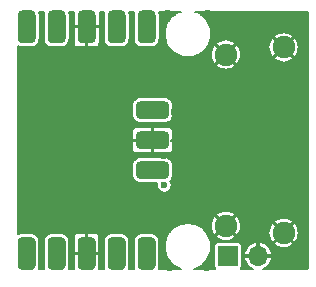
<source format=gbr>
%TF.GenerationSoftware,KiCad,Pcbnew,(5.1.9)-1*%
%TF.CreationDate,2021-02-17T22:30:47-05:00*%
%TF.ProjectId,dvi-sock,6476692d-736f-4636-9b2e-6b696361645f,rev?*%
%TF.SameCoordinates,Original*%
%TF.FileFunction,Copper,L2,Bot*%
%TF.FilePolarity,Positive*%
%FSLAX46Y46*%
G04 Gerber Fmt 4.6, Leading zero omitted, Abs format (unit mm)*
G04 Created by KiCad (PCBNEW (5.1.9)-1) date 2021-02-17 22:30:47*
%MOMM*%
%LPD*%
G01*
G04 APERTURE LIST*
%TA.AperFunction,ComponentPad*%
%ADD10C,1.900000*%
%TD*%
%TA.AperFunction,ComponentPad*%
%ADD11R,1.700000X1.700000*%
%TD*%
%TA.AperFunction,ComponentPad*%
%ADD12O,1.700000X1.700000*%
%TD*%
%TA.AperFunction,ComponentPad*%
%ADD13C,0.600000*%
%TD*%
%TA.AperFunction,ViaPad*%
%ADD14C,0.600000*%
%TD*%
%TA.AperFunction,Conductor*%
%ADD15C,0.100000*%
%TD*%
%TA.AperFunction,Conductor*%
%ADD16C,0.152400*%
%TD*%
G04 APERTURE END LIST*
D10*
%TO.P,J4,SH*%
%TO.N,GND*%
X164599960Y-77149400D03*
X164599960Y-92849400D03*
X159699960Y-77749400D03*
X159699960Y-92249400D03*
%TD*%
D11*
%TO.P,J5,1*%
%TO.N,+5V*%
X159900620Y-94800420D03*
D12*
%TO.P,J5,2*%
%TO.N,GND*%
X162440620Y-94800420D03*
%TD*%
%TO.P,J1,1*%
%TO.N,/PICO_D0+*%
%TA.AperFunction,ComponentPad*%
G36*
G01*
X142077440Y-95620260D02*
X142077440Y-93582260D01*
G75*
G02*
X142458440Y-93201260I381000J0D01*
G01*
X143220440Y-93201260D01*
G75*
G02*
X143601440Y-93582260I0J-381000D01*
G01*
X143601440Y-95620260D01*
G75*
G02*
X143220440Y-96001260I-381000J0D01*
G01*
X142458440Y-96001260D01*
G75*
G02*
X142077440Y-95620260I0J381000D01*
G01*
G37*
%TD.AperFunction*%
D13*
X142839440Y-95501260D03*
%TO.P,J1,2*%
%TO.N,/PICO_D0-*%
%TA.AperFunction,ComponentPad*%
G36*
G01*
X144617440Y-95620260D02*
X144617440Y-93582260D01*
G75*
G02*
X144998440Y-93201260I381000J0D01*
G01*
X145760440Y-93201260D01*
G75*
G02*
X146141440Y-93582260I0J-381000D01*
G01*
X146141440Y-95620260D01*
G75*
G02*
X145760440Y-96001260I-381000J0D01*
G01*
X144998440Y-96001260D01*
G75*
G02*
X144617440Y-95620260I0J381000D01*
G01*
G37*
%TD.AperFunction*%
X145379440Y-95501260D03*
%TO.P,J1,3*%
%TO.N,GND*%
X147919440Y-95501260D03*
%TA.AperFunction,ComponentPad*%
G36*
G01*
X147157440Y-95620260D02*
X147157440Y-93582260D01*
G75*
G02*
X147538440Y-93201260I381000J0D01*
G01*
X148300440Y-93201260D01*
G75*
G02*
X148681440Y-93582260I0J-381000D01*
G01*
X148681440Y-95620260D01*
G75*
G02*
X148300440Y-96001260I-381000J0D01*
G01*
X147538440Y-96001260D01*
G75*
G02*
X147157440Y-95620260I0J381000D01*
G01*
G37*
%TD.AperFunction*%
%TO.P,J1,4*%
%TO.N,/PICO_CK+*%
%TA.AperFunction,ComponentPad*%
G36*
G01*
X149697440Y-95620260D02*
X149697440Y-93582260D01*
G75*
G02*
X150078440Y-93201260I381000J0D01*
G01*
X150840440Y-93201260D01*
G75*
G02*
X151221440Y-93582260I0J-381000D01*
G01*
X151221440Y-95620260D01*
G75*
G02*
X150840440Y-96001260I-381000J0D01*
G01*
X150078440Y-96001260D01*
G75*
G02*
X149697440Y-95620260I0J381000D01*
G01*
G37*
%TD.AperFunction*%
X150459440Y-95501260D03*
%TO.P,J1,5*%
%TO.N,/PICO_CK-*%
%TA.AperFunction,ComponentPad*%
G36*
G01*
X152237440Y-95620260D02*
X152237440Y-93582260D01*
G75*
G02*
X152618440Y-93201260I381000J0D01*
G01*
X153380440Y-93201260D01*
G75*
G02*
X153761440Y-93582260I0J-381000D01*
G01*
X153761440Y-95620260D01*
G75*
G02*
X153380440Y-96001260I-381000J0D01*
G01*
X152618440Y-96001260D01*
G75*
G02*
X152237440Y-95620260I0J381000D01*
G01*
G37*
%TD.AperFunction*%
X152999440Y-95501260D03*
%TD*%
%TO.P,J3,1*%
%TO.N,Net-(J3-Pad1)*%
X154403860Y-87536020D03*
%TA.AperFunction,ComponentPad*%
G36*
G01*
X154522860Y-88298020D02*
X152484860Y-88298020D01*
G75*
G02*
X152103860Y-87917020I0J381000D01*
G01*
X152103860Y-87155020D01*
G75*
G02*
X152484860Y-86774020I381000J0D01*
G01*
X154522860Y-86774020D01*
G75*
G02*
X154903860Y-87155020I0J-381000D01*
G01*
X154903860Y-87917020D01*
G75*
G02*
X154522860Y-88298020I-381000J0D01*
G01*
G37*
%TD.AperFunction*%
%TO.P,J3,2*%
%TO.N,GND*%
%TA.AperFunction,ComponentPad*%
G36*
G01*
X154522860Y-85758020D02*
X152484860Y-85758020D01*
G75*
G02*
X152103860Y-85377020I0J381000D01*
G01*
X152103860Y-84615020D01*
G75*
G02*
X152484860Y-84234020I381000J0D01*
G01*
X154522860Y-84234020D01*
G75*
G02*
X154903860Y-84615020I0J-381000D01*
G01*
X154903860Y-85377020D01*
G75*
G02*
X154522860Y-85758020I-381000J0D01*
G01*
G37*
%TD.AperFunction*%
X154403860Y-84996020D03*
%TO.P,J3,3*%
%TO.N,Net-(J3-Pad3)*%
%TA.AperFunction,ComponentPad*%
G36*
G01*
X154522860Y-83218020D02*
X152484860Y-83218020D01*
G75*
G02*
X152103860Y-82837020I0J381000D01*
G01*
X152103860Y-82075020D01*
G75*
G02*
X152484860Y-81694020I381000J0D01*
G01*
X154522860Y-81694020D01*
G75*
G02*
X154903860Y-82075020I0J-381000D01*
G01*
X154903860Y-82837020D01*
G75*
G02*
X154522860Y-83218020I-381000J0D01*
G01*
G37*
%TD.AperFunction*%
X154403860Y-82456020D03*
%TD*%
%TO.P,J2,1*%
%TO.N,/PICO_D2+*%
%TA.AperFunction,ComponentPad*%
G36*
G01*
X153763980Y-74381940D02*
X153763980Y-76419940D01*
G75*
G02*
X153382980Y-76800940I-381000J0D01*
G01*
X152620980Y-76800940D01*
G75*
G02*
X152239980Y-76419940I0J381000D01*
G01*
X152239980Y-74381940D01*
G75*
G02*
X152620980Y-74000940I381000J0D01*
G01*
X153382980Y-74000940D01*
G75*
G02*
X153763980Y-74381940I0J-381000D01*
G01*
G37*
%TD.AperFunction*%
X153001980Y-74500940D03*
%TO.P,J2,2*%
%TO.N,/PICO_D2-*%
%TA.AperFunction,ComponentPad*%
G36*
G01*
X151223980Y-74381940D02*
X151223980Y-76419940D01*
G75*
G02*
X150842980Y-76800940I-381000J0D01*
G01*
X150080980Y-76800940D01*
G75*
G02*
X149699980Y-76419940I0J381000D01*
G01*
X149699980Y-74381940D01*
G75*
G02*
X150080980Y-74000940I381000J0D01*
G01*
X150842980Y-74000940D01*
G75*
G02*
X151223980Y-74381940I0J-381000D01*
G01*
G37*
%TD.AperFunction*%
X150461980Y-74500940D03*
%TO.P,J2,3*%
%TO.N,GND*%
X147921980Y-74500940D03*
%TA.AperFunction,ComponentPad*%
G36*
G01*
X148683980Y-74381940D02*
X148683980Y-76419940D01*
G75*
G02*
X148302980Y-76800940I-381000J0D01*
G01*
X147540980Y-76800940D01*
G75*
G02*
X147159980Y-76419940I0J381000D01*
G01*
X147159980Y-74381940D01*
G75*
G02*
X147540980Y-74000940I381000J0D01*
G01*
X148302980Y-74000940D01*
G75*
G02*
X148683980Y-74381940I0J-381000D01*
G01*
G37*
%TD.AperFunction*%
%TO.P,J2,4*%
%TO.N,/PICO_D1+*%
%TA.AperFunction,ComponentPad*%
G36*
G01*
X146143980Y-74381940D02*
X146143980Y-76419940D01*
G75*
G02*
X145762980Y-76800940I-381000J0D01*
G01*
X145000980Y-76800940D01*
G75*
G02*
X144619980Y-76419940I0J381000D01*
G01*
X144619980Y-74381940D01*
G75*
G02*
X145000980Y-74000940I381000J0D01*
G01*
X145762980Y-74000940D01*
G75*
G02*
X146143980Y-74381940I0J-381000D01*
G01*
G37*
%TD.AperFunction*%
X145381980Y-74500940D03*
%TO.P,J2,5*%
%TO.N,/PICO_D1-*%
%TA.AperFunction,ComponentPad*%
G36*
G01*
X143603980Y-74381940D02*
X143603980Y-76419940D01*
G75*
G02*
X143222980Y-76800940I-381000J0D01*
G01*
X142460980Y-76800940D01*
G75*
G02*
X142079980Y-76419940I0J381000D01*
G01*
X142079980Y-74381940D01*
G75*
G02*
X142460980Y-74000940I381000J0D01*
G01*
X143222980Y-74000940D01*
G75*
G02*
X143603980Y-74381940I0J-381000D01*
G01*
G37*
%TD.AperFunction*%
X142841980Y-74500940D03*
%TD*%
D14*
%TO.N,*%
X154500000Y-88800000D03*
%TO.N,GND*%
X155350000Y-82600000D03*
X143260000Y-77370000D03*
X156010000Y-89470000D03*
X158440000Y-79620000D03*
X154500000Y-86300000D03*
X150950000Y-92570000D03*
X160250000Y-83750000D03*
X157430000Y-80520000D03*
X157540000Y-89750000D03*
X160250000Y-82250000D03*
X160250000Y-80750000D03*
X160250000Y-88250000D03*
X157450000Y-82250000D03*
X154800000Y-74250000D03*
X152600000Y-92600000D03*
X157500000Y-83750000D03*
X154600000Y-81200000D03*
X143300000Y-92500000D03*
X142300000Y-85000000D03*
X154950000Y-95800000D03*
X144900000Y-92500000D03*
X152670000Y-77280000D03*
X155250000Y-79600000D03*
X158200000Y-74250000D03*
X154500000Y-83700000D03*
X160250000Y-85250000D03*
X161820000Y-90350000D03*
X157500000Y-85300000D03*
X160590000Y-90340000D03*
X158100000Y-95800000D03*
X144990000Y-77350000D03*
X150950000Y-77440000D03*
%TD*%
D15*
%TO.N,/PICO_CK-*%
X153000000Y-94600000D02*
X153000000Y-94600000D01*
%TO.N,/PICO_CK+*%
X150460000Y-94600000D02*
X150460000Y-94600000D01*
%TO.N,GND*%
X147920000Y-94600000D02*
X147920000Y-94600000D01*
X147920000Y-75400000D02*
X147920000Y-75400000D01*
X153500000Y-85000000D02*
X153500000Y-85000000D01*
%TO.N,/PICO_D0-*%
X145380000Y-94600000D02*
X145380000Y-94600000D01*
%TO.N,/PICO_D0+*%
X142840000Y-94600000D02*
X142840000Y-94600000D01*
%TO.N,/PICO_D1-*%
X142840000Y-75400000D02*
X142840000Y-75400000D01*
%TO.N,/PICO_D1+*%
X145380000Y-75400000D02*
X145380000Y-75400000D01*
%TO.N,/PICO_D2-*%
X150460000Y-75400000D02*
X150460000Y-75400000D01*
%TO.N,/PICO_D2+*%
X153000000Y-75400000D02*
X153000000Y-75400000D01*
%TO.N,Net-(J3-Pad3)*%
X153500000Y-82460000D02*
X153500000Y-82460000D01*
%TO.N,Net-(J3-Pad1)*%
X153500000Y-87540000D02*
X153500000Y-87540000D01*
%TD*%
D16*
%TO.N,GND*%
X144342441Y-74109164D02*
X144301879Y-74242880D01*
X144288183Y-74381940D01*
X144288183Y-76419940D01*
X144301879Y-76559000D01*
X144342441Y-76692716D01*
X144408311Y-76815949D01*
X144496956Y-76923964D01*
X144604971Y-77012609D01*
X144728204Y-77078479D01*
X144861920Y-77119041D01*
X145000980Y-77132737D01*
X145762980Y-77132737D01*
X145902040Y-77119041D01*
X146035756Y-77078479D01*
X146158989Y-77012609D01*
X146267004Y-76923964D01*
X146355649Y-76815949D01*
X146363671Y-76800940D01*
X146828182Y-76800940D01*
X146834557Y-76865671D01*
X146853439Y-76927914D01*
X146884100Y-76985277D01*
X146925363Y-77035557D01*
X146975643Y-77076820D01*
X147033006Y-77107481D01*
X147095249Y-77126363D01*
X147159980Y-77132738D01*
X147788630Y-77131140D01*
X147871180Y-77048590D01*
X147871180Y-75451740D01*
X147972780Y-75451740D01*
X147972780Y-77048590D01*
X148055330Y-77131140D01*
X148683980Y-77132738D01*
X148748711Y-77126363D01*
X148810954Y-77107481D01*
X148868317Y-77076820D01*
X148918597Y-77035557D01*
X148959860Y-76985277D01*
X148990521Y-76927914D01*
X149009403Y-76865671D01*
X149015778Y-76800940D01*
X149014180Y-75534290D01*
X148931630Y-75451740D01*
X147972780Y-75451740D01*
X147871180Y-75451740D01*
X146912330Y-75451740D01*
X146829780Y-75534290D01*
X146828182Y-76800940D01*
X146363671Y-76800940D01*
X146421519Y-76692716D01*
X146462081Y-76559000D01*
X146475777Y-76419940D01*
X146475777Y-74381940D01*
X146462081Y-74242880D01*
X146421519Y-74109164D01*
X146419400Y-74105200D01*
X146828314Y-74105200D01*
X146829780Y-75267590D01*
X146912330Y-75350140D01*
X147871180Y-75350140D01*
X147871180Y-75330140D01*
X147972780Y-75330140D01*
X147972780Y-75350140D01*
X148931630Y-75350140D01*
X149014180Y-75267590D01*
X149015646Y-74105200D01*
X149424560Y-74105200D01*
X149422441Y-74109164D01*
X149381879Y-74242880D01*
X149368183Y-74381940D01*
X149368183Y-76419940D01*
X149381879Y-76559000D01*
X149422441Y-76692716D01*
X149488311Y-76815949D01*
X149576956Y-76923964D01*
X149684971Y-77012609D01*
X149808204Y-77078479D01*
X149941920Y-77119041D01*
X150080980Y-77132737D01*
X150842980Y-77132737D01*
X150982040Y-77119041D01*
X151115756Y-77078479D01*
X151238989Y-77012609D01*
X151347004Y-76923964D01*
X151435649Y-76815949D01*
X151501519Y-76692716D01*
X151542081Y-76559000D01*
X151555777Y-76419940D01*
X151555777Y-74381940D01*
X151542081Y-74242880D01*
X151501519Y-74109164D01*
X151499400Y-74105200D01*
X151964560Y-74105200D01*
X151962441Y-74109164D01*
X151921879Y-74242880D01*
X151908183Y-74381940D01*
X151908183Y-76419940D01*
X151921879Y-76559000D01*
X151962441Y-76692716D01*
X152028311Y-76815949D01*
X152116956Y-76923964D01*
X152224971Y-77012609D01*
X152348204Y-77078479D01*
X152481920Y-77119041D01*
X152620980Y-77132737D01*
X153382980Y-77132737D01*
X153522040Y-77119041D01*
X153655756Y-77078479D01*
X153778989Y-77012609D01*
X153887004Y-76923964D01*
X153975649Y-76815949D01*
X154041519Y-76692716D01*
X154082081Y-76559000D01*
X154095777Y-76419940D01*
X154095777Y-74381940D01*
X154082081Y-74242880D01*
X154041519Y-74109164D01*
X154039400Y-74105200D01*
X155940499Y-74105200D01*
X155929736Y-74107896D01*
X155922580Y-74110066D01*
X155747022Y-74172881D01*
X155740113Y-74175743D01*
X155571558Y-74255464D01*
X155564963Y-74258989D01*
X155405033Y-74354847D01*
X155398816Y-74359002D01*
X155249052Y-74470075D01*
X155243271Y-74474819D01*
X155105116Y-74600036D01*
X155099829Y-74605323D01*
X154974612Y-74743478D01*
X154969868Y-74749259D01*
X154858795Y-74899023D01*
X154854640Y-74905240D01*
X154758782Y-75065170D01*
X154755257Y-75071765D01*
X154675536Y-75240320D01*
X154672674Y-75247229D01*
X154609859Y-75422787D01*
X154607689Y-75429943D01*
X154562383Y-75610812D01*
X154560924Y-75618147D01*
X154533566Y-75802586D01*
X154532833Y-75810027D01*
X154523683Y-75996259D01*
X154523683Y-76003737D01*
X154532833Y-76189969D01*
X154533566Y-76197410D01*
X154560924Y-76381849D01*
X154562383Y-76389184D01*
X154607689Y-76570053D01*
X154609859Y-76577209D01*
X154672674Y-76752767D01*
X154675536Y-76759676D01*
X154755257Y-76928231D01*
X154758782Y-76934826D01*
X154854640Y-77094756D01*
X154858795Y-77100973D01*
X154969868Y-77250737D01*
X154974612Y-77256518D01*
X155099829Y-77394673D01*
X155105116Y-77399960D01*
X155243271Y-77525177D01*
X155249052Y-77529921D01*
X155398816Y-77640994D01*
X155405033Y-77645149D01*
X155564963Y-77741007D01*
X155571558Y-77744532D01*
X155740113Y-77824253D01*
X155747022Y-77827115D01*
X155922580Y-77889930D01*
X155929736Y-77892100D01*
X156110605Y-77937406D01*
X156117940Y-77938865D01*
X156302379Y-77966223D01*
X156309820Y-77966956D01*
X156496052Y-77976106D01*
X156503530Y-77976106D01*
X156689762Y-77966956D01*
X156697203Y-77966223D01*
X156881642Y-77938865D01*
X156888977Y-77937406D01*
X157069846Y-77892100D01*
X157077002Y-77889930D01*
X157252560Y-77827115D01*
X157259469Y-77824253D01*
X157417103Y-77749697D01*
X158413566Y-77749697D01*
X158438341Y-78000655D01*
X158511601Y-78241956D01*
X158630197Y-78463836D01*
X158813551Y-78563967D01*
X159628118Y-77749400D01*
X159771802Y-77749400D01*
X160586369Y-78563967D01*
X160769723Y-78463836D01*
X160888547Y-78241408D01*
X160950862Y-78035809D01*
X163785393Y-78035809D01*
X163885524Y-78219163D01*
X164107952Y-78337987D01*
X164349288Y-78411134D01*
X164600257Y-78435794D01*
X164851215Y-78411019D01*
X165092516Y-78337759D01*
X165314396Y-78219163D01*
X165414527Y-78035809D01*
X164599960Y-77221242D01*
X163785393Y-78035809D01*
X160950862Y-78035809D01*
X160961694Y-78000072D01*
X160986354Y-77749103D01*
X160961579Y-77498145D01*
X160888319Y-77256844D01*
X160831049Y-77149697D01*
X163313566Y-77149697D01*
X163338341Y-77400655D01*
X163411601Y-77641956D01*
X163530197Y-77863836D01*
X163713551Y-77963967D01*
X164528118Y-77149400D01*
X164671802Y-77149400D01*
X165486369Y-77963967D01*
X165669723Y-77863836D01*
X165788547Y-77641408D01*
X165861694Y-77400072D01*
X165886354Y-77149103D01*
X165861579Y-76898145D01*
X165788319Y-76656844D01*
X165669723Y-76434964D01*
X165486369Y-76334833D01*
X164671802Y-77149400D01*
X164528118Y-77149400D01*
X163713551Y-76334833D01*
X163530197Y-76434964D01*
X163411373Y-76657392D01*
X163338226Y-76898728D01*
X163313566Y-77149697D01*
X160831049Y-77149697D01*
X160769723Y-77034964D01*
X160586369Y-76934833D01*
X159771802Y-77749400D01*
X159628118Y-77749400D01*
X158813551Y-76934833D01*
X158630197Y-77034964D01*
X158511373Y-77257392D01*
X158438226Y-77498728D01*
X158413566Y-77749697D01*
X157417103Y-77749697D01*
X157428024Y-77744532D01*
X157434619Y-77741007D01*
X157594549Y-77645149D01*
X157600766Y-77640994D01*
X157750530Y-77529921D01*
X157756311Y-77525177D01*
X157894466Y-77399960D01*
X157899753Y-77394673D01*
X158024970Y-77256518D01*
X158029714Y-77250737D01*
X158140787Y-77100973D01*
X158144942Y-77094756D01*
X158240800Y-76934826D01*
X158244325Y-76928231D01*
X158275181Y-76862991D01*
X158885393Y-76862991D01*
X159699960Y-77677558D01*
X160514527Y-76862991D01*
X160414396Y-76679637D01*
X160191968Y-76560813D01*
X159950632Y-76487666D01*
X159699663Y-76463006D01*
X159448705Y-76487781D01*
X159207404Y-76561041D01*
X158985524Y-76679637D01*
X158885393Y-76862991D01*
X158275181Y-76862991D01*
X158324046Y-76759676D01*
X158326908Y-76752767D01*
X158389723Y-76577209D01*
X158391893Y-76570053D01*
X158437199Y-76389184D01*
X158438658Y-76381849D01*
X158456288Y-76262991D01*
X163785393Y-76262991D01*
X164599960Y-77077558D01*
X165414527Y-76262991D01*
X165314396Y-76079637D01*
X165091968Y-75960813D01*
X164850632Y-75887666D01*
X164599663Y-75863006D01*
X164348705Y-75887781D01*
X164107404Y-75961041D01*
X163885524Y-76079637D01*
X163785393Y-76262991D01*
X158456288Y-76262991D01*
X158466016Y-76197410D01*
X158466749Y-76189969D01*
X158475899Y-76003737D01*
X158475899Y-75996259D01*
X158466749Y-75810027D01*
X158466016Y-75802586D01*
X158438658Y-75618147D01*
X158437199Y-75610812D01*
X158391893Y-75429943D01*
X158389723Y-75422787D01*
X158326908Y-75247229D01*
X158324046Y-75240320D01*
X158244325Y-75071765D01*
X158240800Y-75065170D01*
X158144942Y-74905240D01*
X158140787Y-74899023D01*
X158029714Y-74749259D01*
X158024970Y-74743478D01*
X157899753Y-74605323D01*
X157894466Y-74600036D01*
X157756311Y-74474819D01*
X157750530Y-74470075D01*
X157600766Y-74359002D01*
X157594549Y-74354847D01*
X157434619Y-74258989D01*
X157428024Y-74255464D01*
X157259469Y-74175743D01*
X157252560Y-74172881D01*
X157077002Y-74110066D01*
X157069846Y-74107896D01*
X157059083Y-74105200D01*
X166482628Y-74105200D01*
X166527796Y-74109629D01*
X166554527Y-74117699D01*
X166579191Y-74130813D01*
X166600828Y-74148460D01*
X166618634Y-74169983D01*
X166631916Y-74194549D01*
X166640175Y-74221227D01*
X166644800Y-74265236D01*
X166644801Y-95732618D01*
X166640371Y-95777796D01*
X166632300Y-95804529D01*
X166619189Y-95829188D01*
X166601539Y-95850828D01*
X166580015Y-95868635D01*
X166555453Y-95881916D01*
X166528773Y-95890175D01*
X166484764Y-95894800D01*
X162880510Y-95894800D01*
X162888132Y-95892488D01*
X163092585Y-95784199D01*
X163271983Y-95638104D01*
X163419433Y-95459817D01*
X163529267Y-95256190D01*
X163597265Y-95035048D01*
X163537179Y-94851220D01*
X162491420Y-94851220D01*
X162491420Y-94871220D01*
X162389820Y-94871220D01*
X162389820Y-94851220D01*
X161344061Y-94851220D01*
X161283975Y-95035048D01*
X161351973Y-95256190D01*
X161461807Y-95459817D01*
X161609257Y-95638104D01*
X161788655Y-95784199D01*
X161993108Y-95892488D01*
X162000730Y-95894800D01*
X160973339Y-95894800D01*
X160985236Y-95885036D01*
X161026499Y-95834757D01*
X161057160Y-95777393D01*
X161076042Y-95715150D01*
X161082417Y-95650420D01*
X161082417Y-94565792D01*
X161283975Y-94565792D01*
X161344061Y-94749620D01*
X162389820Y-94749620D01*
X162389820Y-93703946D01*
X162491420Y-93703946D01*
X162491420Y-94749620D01*
X163537179Y-94749620D01*
X163597265Y-94565792D01*
X163529267Y-94344650D01*
X163419433Y-94141023D01*
X163271983Y-93962736D01*
X163092585Y-93816641D01*
X162939972Y-93735809D01*
X163785393Y-93735809D01*
X163885524Y-93919163D01*
X164107952Y-94037987D01*
X164349288Y-94111134D01*
X164600257Y-94135794D01*
X164851215Y-94111019D01*
X165092516Y-94037759D01*
X165314396Y-93919163D01*
X165414527Y-93735809D01*
X164599960Y-92921242D01*
X163785393Y-93735809D01*
X162939972Y-93735809D01*
X162888132Y-93708352D01*
X162675247Y-93643778D01*
X162491420Y-93703946D01*
X162389820Y-93703946D01*
X162205993Y-93643778D01*
X161993108Y-93708352D01*
X161788655Y-93816641D01*
X161609257Y-93962736D01*
X161461807Y-94141023D01*
X161351973Y-94344650D01*
X161283975Y-94565792D01*
X161082417Y-94565792D01*
X161082417Y-93950420D01*
X161076042Y-93885690D01*
X161057160Y-93823447D01*
X161026499Y-93766083D01*
X160985236Y-93715804D01*
X160934957Y-93674541D01*
X160877593Y-93643880D01*
X160815350Y-93624998D01*
X160750620Y-93618623D01*
X159050620Y-93618623D01*
X158985890Y-93624998D01*
X158923647Y-93643880D01*
X158866283Y-93674541D01*
X158816004Y-93715804D01*
X158774741Y-93766083D01*
X158744080Y-93823447D01*
X158725198Y-93885690D01*
X158718823Y-93950420D01*
X158718823Y-95650420D01*
X158725198Y-95715150D01*
X158744080Y-95777393D01*
X158774741Y-95834757D01*
X158816004Y-95885036D01*
X158827901Y-95894800D01*
X157049339Y-95894800D01*
X157065603Y-95890726D01*
X157072759Y-95888556D01*
X157248317Y-95825741D01*
X157255226Y-95822879D01*
X157423781Y-95743158D01*
X157430376Y-95739633D01*
X157590306Y-95643775D01*
X157596523Y-95639620D01*
X157746287Y-95528547D01*
X157752068Y-95523803D01*
X157890223Y-95398586D01*
X157895510Y-95393299D01*
X158020727Y-95255144D01*
X158025471Y-95249363D01*
X158136544Y-95099599D01*
X158140699Y-95093382D01*
X158236557Y-94933452D01*
X158240082Y-94926857D01*
X158319803Y-94758302D01*
X158322665Y-94751393D01*
X158385480Y-94575835D01*
X158387650Y-94568679D01*
X158432956Y-94387810D01*
X158434415Y-94380475D01*
X158461773Y-94196036D01*
X158462506Y-94188595D01*
X158471656Y-94002363D01*
X158471656Y-93994885D01*
X158462506Y-93808653D01*
X158461773Y-93801212D01*
X158434415Y-93616773D01*
X158432956Y-93609438D01*
X158387650Y-93428569D01*
X158385480Y-93421413D01*
X158322665Y-93245855D01*
X158319803Y-93238946D01*
X158271023Y-93135809D01*
X158885393Y-93135809D01*
X158985524Y-93319163D01*
X159207952Y-93437987D01*
X159449288Y-93511134D01*
X159700257Y-93535794D01*
X159951215Y-93511019D01*
X160192516Y-93437759D01*
X160414396Y-93319163D01*
X160514527Y-93135809D01*
X159699960Y-92321242D01*
X158885393Y-93135809D01*
X158271023Y-93135809D01*
X158240082Y-93070391D01*
X158236557Y-93063796D01*
X158140699Y-92903866D01*
X158136544Y-92897649D01*
X158025471Y-92747885D01*
X158020727Y-92742104D01*
X157895510Y-92603949D01*
X157890223Y-92598662D01*
X157752068Y-92473445D01*
X157746287Y-92468701D01*
X157596523Y-92357628D01*
X157590306Y-92353473D01*
X157430376Y-92257615D01*
X157423781Y-92254090D01*
X157414493Y-92249697D01*
X158413566Y-92249697D01*
X158438341Y-92500655D01*
X158511601Y-92741956D01*
X158630197Y-92963836D01*
X158813551Y-93063967D01*
X159628118Y-92249400D01*
X159771802Y-92249400D01*
X160586369Y-93063967D01*
X160769723Y-92963836D01*
X160830697Y-92849697D01*
X163313566Y-92849697D01*
X163338341Y-93100655D01*
X163411601Y-93341956D01*
X163530197Y-93563836D01*
X163713551Y-93663967D01*
X164528118Y-92849400D01*
X164671802Y-92849400D01*
X165486369Y-93663967D01*
X165669723Y-93563836D01*
X165788547Y-93341408D01*
X165861694Y-93100072D01*
X165886354Y-92849103D01*
X165861579Y-92598145D01*
X165788319Y-92356844D01*
X165669723Y-92134964D01*
X165486369Y-92034833D01*
X164671802Y-92849400D01*
X164528118Y-92849400D01*
X163713551Y-92034833D01*
X163530197Y-92134964D01*
X163411373Y-92357392D01*
X163338226Y-92598728D01*
X163313566Y-92849697D01*
X160830697Y-92849697D01*
X160888547Y-92741408D01*
X160961694Y-92500072D01*
X160986354Y-92249103D01*
X160961579Y-91998145D01*
X160950907Y-91962991D01*
X163785393Y-91962991D01*
X164599960Y-92777558D01*
X165414527Y-91962991D01*
X165314396Y-91779637D01*
X165091968Y-91660813D01*
X164850632Y-91587666D01*
X164599663Y-91563006D01*
X164348705Y-91587781D01*
X164107404Y-91661041D01*
X163885524Y-91779637D01*
X163785393Y-91962991D01*
X160950907Y-91962991D01*
X160888319Y-91756844D01*
X160769723Y-91534964D01*
X160586369Y-91434833D01*
X159771802Y-92249400D01*
X159628118Y-92249400D01*
X158813551Y-91434833D01*
X158630197Y-91534964D01*
X158511373Y-91757392D01*
X158438226Y-91998728D01*
X158413566Y-92249697D01*
X157414493Y-92249697D01*
X157255226Y-92174369D01*
X157248317Y-92171507D01*
X157072759Y-92108692D01*
X157065603Y-92106522D01*
X156884734Y-92061216D01*
X156877399Y-92059757D01*
X156692960Y-92032399D01*
X156685519Y-92031666D01*
X156499287Y-92022516D01*
X156491809Y-92022516D01*
X156305577Y-92031666D01*
X156298136Y-92032399D01*
X156113697Y-92059757D01*
X156106362Y-92061216D01*
X155925493Y-92106522D01*
X155918337Y-92108692D01*
X155742779Y-92171507D01*
X155735870Y-92174369D01*
X155567315Y-92254090D01*
X155560720Y-92257615D01*
X155400790Y-92353473D01*
X155394573Y-92357628D01*
X155244809Y-92468701D01*
X155239028Y-92473445D01*
X155100873Y-92598662D01*
X155095586Y-92603949D01*
X154970369Y-92742104D01*
X154965625Y-92747885D01*
X154854552Y-92897649D01*
X154850397Y-92903866D01*
X154754539Y-93063796D01*
X154751014Y-93070391D01*
X154671293Y-93238946D01*
X154668431Y-93245855D01*
X154605616Y-93421413D01*
X154603446Y-93428569D01*
X154558140Y-93609438D01*
X154556681Y-93616773D01*
X154529323Y-93801212D01*
X154528590Y-93808653D01*
X154519440Y-93994885D01*
X154519440Y-94002363D01*
X154528590Y-94188595D01*
X154529323Y-94196036D01*
X154556681Y-94380475D01*
X154558140Y-94387810D01*
X154603446Y-94568679D01*
X154605616Y-94575835D01*
X154668431Y-94751393D01*
X154671293Y-94758302D01*
X154751014Y-94926857D01*
X154754539Y-94933452D01*
X154850397Y-95093382D01*
X154854552Y-95099599D01*
X154965625Y-95249363D01*
X154970369Y-95255144D01*
X155095586Y-95393299D01*
X155100873Y-95398586D01*
X155239028Y-95523803D01*
X155244809Y-95528547D01*
X155394573Y-95639620D01*
X155400790Y-95643775D01*
X155560720Y-95739633D01*
X155567315Y-95743158D01*
X155735870Y-95822879D01*
X155742779Y-95825741D01*
X155918337Y-95888556D01*
X155925493Y-95890726D01*
X155941757Y-95894800D01*
X154038036Y-95894800D01*
X154038979Y-95893036D01*
X154079541Y-95759320D01*
X154093237Y-95620260D01*
X154093237Y-93582260D01*
X154079541Y-93443200D01*
X154038979Y-93309484D01*
X153973109Y-93186251D01*
X153884464Y-93078236D01*
X153776449Y-92989591D01*
X153653216Y-92923721D01*
X153519500Y-92883159D01*
X153380440Y-92869463D01*
X152618440Y-92869463D01*
X152479380Y-92883159D01*
X152345664Y-92923721D01*
X152222431Y-92989591D01*
X152114416Y-93078236D01*
X152025771Y-93186251D01*
X151959901Y-93309484D01*
X151919339Y-93443200D01*
X151905643Y-93582260D01*
X151905643Y-95620260D01*
X151919339Y-95759320D01*
X151959901Y-95893036D01*
X151960844Y-95894800D01*
X151498036Y-95894800D01*
X151498979Y-95893036D01*
X151539541Y-95759320D01*
X151553237Y-95620260D01*
X151553237Y-93582260D01*
X151539541Y-93443200D01*
X151498979Y-93309484D01*
X151433109Y-93186251D01*
X151344464Y-93078236D01*
X151236449Y-92989591D01*
X151113216Y-92923721D01*
X150979500Y-92883159D01*
X150840440Y-92869463D01*
X150078440Y-92869463D01*
X149939380Y-92883159D01*
X149805664Y-92923721D01*
X149682431Y-92989591D01*
X149574416Y-93078236D01*
X149485771Y-93186251D01*
X149419901Y-93309484D01*
X149379339Y-93443200D01*
X149365643Y-93582260D01*
X149365643Y-95620260D01*
X149379339Y-95759320D01*
X149419901Y-95893036D01*
X149420844Y-95894800D01*
X149013104Y-95894800D01*
X149011640Y-94734610D01*
X148929090Y-94652060D01*
X147970240Y-94652060D01*
X147970240Y-94672060D01*
X147868640Y-94672060D01*
X147868640Y-94652060D01*
X146909790Y-94652060D01*
X146827240Y-94734610D01*
X146825776Y-95894800D01*
X146418036Y-95894800D01*
X146418979Y-95893036D01*
X146459541Y-95759320D01*
X146473237Y-95620260D01*
X146473237Y-93582260D01*
X146459541Y-93443200D01*
X146418979Y-93309484D01*
X146361132Y-93201260D01*
X146825642Y-93201260D01*
X146827240Y-94467910D01*
X146909790Y-94550460D01*
X147868640Y-94550460D01*
X147868640Y-92953610D01*
X147970240Y-92953610D01*
X147970240Y-94550460D01*
X148929090Y-94550460D01*
X149011640Y-94467910D01*
X149013238Y-93201260D01*
X149006863Y-93136529D01*
X148987981Y-93074286D01*
X148957320Y-93016923D01*
X148916057Y-92966643D01*
X148865777Y-92925380D01*
X148808414Y-92894719D01*
X148746171Y-92875837D01*
X148681440Y-92869462D01*
X148052790Y-92871060D01*
X147970240Y-92953610D01*
X147868640Y-92953610D01*
X147786090Y-92871060D01*
X147157440Y-92869462D01*
X147092709Y-92875837D01*
X147030466Y-92894719D01*
X146973103Y-92925380D01*
X146922823Y-92966643D01*
X146881560Y-93016923D01*
X146850899Y-93074286D01*
X146832017Y-93136529D01*
X146825642Y-93201260D01*
X146361132Y-93201260D01*
X146353109Y-93186251D01*
X146264464Y-93078236D01*
X146156449Y-92989591D01*
X146033216Y-92923721D01*
X145899500Y-92883159D01*
X145760440Y-92869463D01*
X144998440Y-92869463D01*
X144859380Y-92883159D01*
X144725664Y-92923721D01*
X144602431Y-92989591D01*
X144494416Y-93078236D01*
X144405771Y-93186251D01*
X144339901Y-93309484D01*
X144299339Y-93443200D01*
X144285643Y-93582260D01*
X144285643Y-95620260D01*
X144299339Y-95759320D01*
X144339901Y-95893036D01*
X144340844Y-95894800D01*
X143878036Y-95894800D01*
X143878979Y-95893036D01*
X143919541Y-95759320D01*
X143933237Y-95620260D01*
X143933237Y-93582260D01*
X143919541Y-93443200D01*
X143878979Y-93309484D01*
X143813109Y-93186251D01*
X143724464Y-93078236D01*
X143616449Y-92989591D01*
X143493216Y-92923721D01*
X143359500Y-92883159D01*
X143220440Y-92869463D01*
X142458440Y-92869463D01*
X142319380Y-92883159D01*
X142185664Y-92923721D01*
X142105200Y-92966730D01*
X142105200Y-91362991D01*
X158885393Y-91362991D01*
X159699960Y-92177558D01*
X160514527Y-91362991D01*
X160414396Y-91179637D01*
X160191968Y-91060813D01*
X159950632Y-90987666D01*
X159699663Y-90963006D01*
X159448705Y-90987781D01*
X159207404Y-91061041D01*
X158985524Y-91179637D01*
X158885393Y-91362991D01*
X142105200Y-91362991D01*
X142105200Y-87155020D01*
X151772063Y-87155020D01*
X151772063Y-87917020D01*
X151785759Y-88056080D01*
X151826321Y-88189796D01*
X151892191Y-88313029D01*
X151980836Y-88421044D01*
X152088851Y-88509689D01*
X152212084Y-88575559D01*
X152345800Y-88616121D01*
X152484860Y-88629817D01*
X153891305Y-88629817D01*
X153869800Y-88737931D01*
X153869800Y-88862069D01*
X153894018Y-88983822D01*
X153941524Y-89098512D01*
X154010492Y-89201729D01*
X154098271Y-89289508D01*
X154201488Y-89358476D01*
X154316178Y-89405982D01*
X154437931Y-89430200D01*
X154562069Y-89430200D01*
X154683822Y-89405982D01*
X154798512Y-89358476D01*
X154901729Y-89289508D01*
X154989508Y-89201729D01*
X155058476Y-89098512D01*
X155105982Y-88983822D01*
X155130200Y-88862069D01*
X155130200Y-88737931D01*
X155105982Y-88616178D01*
X155058476Y-88501488D01*
X155012572Y-88432789D01*
X155026884Y-88421044D01*
X155115529Y-88313029D01*
X155181399Y-88189796D01*
X155221961Y-88056080D01*
X155235657Y-87917020D01*
X155235657Y-87155020D01*
X155221961Y-87015960D01*
X155181399Y-86882244D01*
X155115529Y-86759011D01*
X155026884Y-86650996D01*
X154918869Y-86562351D01*
X154795636Y-86496481D01*
X154661920Y-86455919D01*
X154522860Y-86442223D01*
X152484860Y-86442223D01*
X152345800Y-86455919D01*
X152212084Y-86496481D01*
X152088851Y-86562351D01*
X151980836Y-86650996D01*
X151892191Y-86759011D01*
X151826321Y-86882244D01*
X151785759Y-87015960D01*
X151772063Y-87155020D01*
X142105200Y-87155020D01*
X142105200Y-85758020D01*
X151772062Y-85758020D01*
X151778437Y-85822751D01*
X151797319Y-85884994D01*
X151827980Y-85942357D01*
X151869243Y-85992637D01*
X151919523Y-86033900D01*
X151976886Y-86064561D01*
X152039129Y-86083443D01*
X152103860Y-86089818D01*
X153370510Y-86088220D01*
X153453060Y-86005670D01*
X153453060Y-85046820D01*
X151856210Y-85046820D01*
X151773660Y-85129370D01*
X151772062Y-85758020D01*
X142105200Y-85758020D01*
X142105200Y-84234020D01*
X151772062Y-84234020D01*
X151773660Y-84862670D01*
X151856210Y-84945220D01*
X153453060Y-84945220D01*
X153453060Y-83986370D01*
X153554660Y-83986370D01*
X153554660Y-84945220D01*
X153775536Y-84945220D01*
X153771144Y-85022000D01*
X153774622Y-85046820D01*
X153554660Y-85046820D01*
X153554660Y-86005670D01*
X153637210Y-86088220D01*
X154903860Y-86089818D01*
X154968591Y-86083443D01*
X155030834Y-86064561D01*
X155088197Y-86033900D01*
X155138477Y-85992637D01*
X155179740Y-85942357D01*
X155210401Y-85884994D01*
X155229283Y-85822751D01*
X155235658Y-85758020D01*
X155234060Y-85129370D01*
X155151510Y-85046820D01*
X155032184Y-85046820D01*
X155036576Y-84970040D01*
X155033098Y-84945220D01*
X155151510Y-84945220D01*
X155234060Y-84862670D01*
X155235658Y-84234020D01*
X155229283Y-84169289D01*
X155210401Y-84107046D01*
X155179740Y-84049683D01*
X155138477Y-83999403D01*
X155088197Y-83958140D01*
X155030834Y-83927479D01*
X154968591Y-83908597D01*
X154903860Y-83902222D01*
X153637210Y-83903820D01*
X153554660Y-83986370D01*
X153453060Y-83986370D01*
X153370510Y-83903820D01*
X152103860Y-83902222D01*
X152039129Y-83908597D01*
X151976886Y-83927479D01*
X151919523Y-83958140D01*
X151869243Y-83999403D01*
X151827980Y-84049683D01*
X151797319Y-84107046D01*
X151778437Y-84169289D01*
X151772062Y-84234020D01*
X142105200Y-84234020D01*
X142105200Y-82075020D01*
X151772063Y-82075020D01*
X151772063Y-82837020D01*
X151785759Y-82976080D01*
X151826321Y-83109796D01*
X151892191Y-83233029D01*
X151980836Y-83341044D01*
X152088851Y-83429689D01*
X152212084Y-83495559D01*
X152345800Y-83536121D01*
X152484860Y-83549817D01*
X154522860Y-83549817D01*
X154661920Y-83536121D01*
X154795636Y-83495559D01*
X154918869Y-83429689D01*
X155026884Y-83341044D01*
X155115529Y-83233029D01*
X155181399Y-83109796D01*
X155221961Y-82976080D01*
X155235657Y-82837020D01*
X155235657Y-82075020D01*
X155221961Y-81935960D01*
X155181399Y-81802244D01*
X155115529Y-81679011D01*
X155026884Y-81570996D01*
X154918869Y-81482351D01*
X154795636Y-81416481D01*
X154661920Y-81375919D01*
X154522860Y-81362223D01*
X152484860Y-81362223D01*
X152345800Y-81375919D01*
X152212084Y-81416481D01*
X152088851Y-81482351D01*
X151980836Y-81570996D01*
X151892191Y-81679011D01*
X151826321Y-81802244D01*
X151785759Y-81935960D01*
X151772063Y-82075020D01*
X142105200Y-82075020D01*
X142105200Y-78635809D01*
X158885393Y-78635809D01*
X158985524Y-78819163D01*
X159207952Y-78937987D01*
X159449288Y-79011134D01*
X159700257Y-79035794D01*
X159951215Y-79011019D01*
X160192516Y-78937759D01*
X160414396Y-78819163D01*
X160514527Y-78635809D01*
X159699960Y-77821242D01*
X158885393Y-78635809D01*
X142105200Y-78635809D01*
X142105200Y-77034112D01*
X142188204Y-77078479D01*
X142321920Y-77119041D01*
X142460980Y-77132737D01*
X143222980Y-77132737D01*
X143362040Y-77119041D01*
X143495756Y-77078479D01*
X143618989Y-77012609D01*
X143727004Y-76923964D01*
X143815649Y-76815949D01*
X143881519Y-76692716D01*
X143922081Y-76559000D01*
X143935777Y-76419940D01*
X143935777Y-74381940D01*
X143922081Y-74242880D01*
X143881519Y-74109164D01*
X143879400Y-74105200D01*
X144344560Y-74105200D01*
X144342441Y-74109164D01*
%TA.AperFunction,Conductor*%
D15*
G36*
X144342441Y-74109164D02*
G01*
X144301879Y-74242880D01*
X144288183Y-74381940D01*
X144288183Y-76419940D01*
X144301879Y-76559000D01*
X144342441Y-76692716D01*
X144408311Y-76815949D01*
X144496956Y-76923964D01*
X144604971Y-77012609D01*
X144728204Y-77078479D01*
X144861920Y-77119041D01*
X145000980Y-77132737D01*
X145762980Y-77132737D01*
X145902040Y-77119041D01*
X146035756Y-77078479D01*
X146158989Y-77012609D01*
X146267004Y-76923964D01*
X146355649Y-76815949D01*
X146363671Y-76800940D01*
X146828182Y-76800940D01*
X146834557Y-76865671D01*
X146853439Y-76927914D01*
X146884100Y-76985277D01*
X146925363Y-77035557D01*
X146975643Y-77076820D01*
X147033006Y-77107481D01*
X147095249Y-77126363D01*
X147159980Y-77132738D01*
X147788630Y-77131140D01*
X147871180Y-77048590D01*
X147871180Y-75451740D01*
X147972780Y-75451740D01*
X147972780Y-77048590D01*
X148055330Y-77131140D01*
X148683980Y-77132738D01*
X148748711Y-77126363D01*
X148810954Y-77107481D01*
X148868317Y-77076820D01*
X148918597Y-77035557D01*
X148959860Y-76985277D01*
X148990521Y-76927914D01*
X149009403Y-76865671D01*
X149015778Y-76800940D01*
X149014180Y-75534290D01*
X148931630Y-75451740D01*
X147972780Y-75451740D01*
X147871180Y-75451740D01*
X146912330Y-75451740D01*
X146829780Y-75534290D01*
X146828182Y-76800940D01*
X146363671Y-76800940D01*
X146421519Y-76692716D01*
X146462081Y-76559000D01*
X146475777Y-76419940D01*
X146475777Y-74381940D01*
X146462081Y-74242880D01*
X146421519Y-74109164D01*
X146419400Y-74105200D01*
X146828314Y-74105200D01*
X146829780Y-75267590D01*
X146912330Y-75350140D01*
X147871180Y-75350140D01*
X147871180Y-75330140D01*
X147972780Y-75330140D01*
X147972780Y-75350140D01*
X148931630Y-75350140D01*
X149014180Y-75267590D01*
X149015646Y-74105200D01*
X149424560Y-74105200D01*
X149422441Y-74109164D01*
X149381879Y-74242880D01*
X149368183Y-74381940D01*
X149368183Y-76419940D01*
X149381879Y-76559000D01*
X149422441Y-76692716D01*
X149488311Y-76815949D01*
X149576956Y-76923964D01*
X149684971Y-77012609D01*
X149808204Y-77078479D01*
X149941920Y-77119041D01*
X150080980Y-77132737D01*
X150842980Y-77132737D01*
X150982040Y-77119041D01*
X151115756Y-77078479D01*
X151238989Y-77012609D01*
X151347004Y-76923964D01*
X151435649Y-76815949D01*
X151501519Y-76692716D01*
X151542081Y-76559000D01*
X151555777Y-76419940D01*
X151555777Y-74381940D01*
X151542081Y-74242880D01*
X151501519Y-74109164D01*
X151499400Y-74105200D01*
X151964560Y-74105200D01*
X151962441Y-74109164D01*
X151921879Y-74242880D01*
X151908183Y-74381940D01*
X151908183Y-76419940D01*
X151921879Y-76559000D01*
X151962441Y-76692716D01*
X152028311Y-76815949D01*
X152116956Y-76923964D01*
X152224971Y-77012609D01*
X152348204Y-77078479D01*
X152481920Y-77119041D01*
X152620980Y-77132737D01*
X153382980Y-77132737D01*
X153522040Y-77119041D01*
X153655756Y-77078479D01*
X153778989Y-77012609D01*
X153887004Y-76923964D01*
X153975649Y-76815949D01*
X154041519Y-76692716D01*
X154082081Y-76559000D01*
X154095777Y-76419940D01*
X154095777Y-74381940D01*
X154082081Y-74242880D01*
X154041519Y-74109164D01*
X154039400Y-74105200D01*
X155940499Y-74105200D01*
X155929736Y-74107896D01*
X155922580Y-74110066D01*
X155747022Y-74172881D01*
X155740113Y-74175743D01*
X155571558Y-74255464D01*
X155564963Y-74258989D01*
X155405033Y-74354847D01*
X155398816Y-74359002D01*
X155249052Y-74470075D01*
X155243271Y-74474819D01*
X155105116Y-74600036D01*
X155099829Y-74605323D01*
X154974612Y-74743478D01*
X154969868Y-74749259D01*
X154858795Y-74899023D01*
X154854640Y-74905240D01*
X154758782Y-75065170D01*
X154755257Y-75071765D01*
X154675536Y-75240320D01*
X154672674Y-75247229D01*
X154609859Y-75422787D01*
X154607689Y-75429943D01*
X154562383Y-75610812D01*
X154560924Y-75618147D01*
X154533566Y-75802586D01*
X154532833Y-75810027D01*
X154523683Y-75996259D01*
X154523683Y-76003737D01*
X154532833Y-76189969D01*
X154533566Y-76197410D01*
X154560924Y-76381849D01*
X154562383Y-76389184D01*
X154607689Y-76570053D01*
X154609859Y-76577209D01*
X154672674Y-76752767D01*
X154675536Y-76759676D01*
X154755257Y-76928231D01*
X154758782Y-76934826D01*
X154854640Y-77094756D01*
X154858795Y-77100973D01*
X154969868Y-77250737D01*
X154974612Y-77256518D01*
X155099829Y-77394673D01*
X155105116Y-77399960D01*
X155243271Y-77525177D01*
X155249052Y-77529921D01*
X155398816Y-77640994D01*
X155405033Y-77645149D01*
X155564963Y-77741007D01*
X155571558Y-77744532D01*
X155740113Y-77824253D01*
X155747022Y-77827115D01*
X155922580Y-77889930D01*
X155929736Y-77892100D01*
X156110605Y-77937406D01*
X156117940Y-77938865D01*
X156302379Y-77966223D01*
X156309820Y-77966956D01*
X156496052Y-77976106D01*
X156503530Y-77976106D01*
X156689762Y-77966956D01*
X156697203Y-77966223D01*
X156881642Y-77938865D01*
X156888977Y-77937406D01*
X157069846Y-77892100D01*
X157077002Y-77889930D01*
X157252560Y-77827115D01*
X157259469Y-77824253D01*
X157417103Y-77749697D01*
X158413566Y-77749697D01*
X158438341Y-78000655D01*
X158511601Y-78241956D01*
X158630197Y-78463836D01*
X158813551Y-78563967D01*
X159628118Y-77749400D01*
X159771802Y-77749400D01*
X160586369Y-78563967D01*
X160769723Y-78463836D01*
X160888547Y-78241408D01*
X160950862Y-78035809D01*
X163785393Y-78035809D01*
X163885524Y-78219163D01*
X164107952Y-78337987D01*
X164349288Y-78411134D01*
X164600257Y-78435794D01*
X164851215Y-78411019D01*
X165092516Y-78337759D01*
X165314396Y-78219163D01*
X165414527Y-78035809D01*
X164599960Y-77221242D01*
X163785393Y-78035809D01*
X160950862Y-78035809D01*
X160961694Y-78000072D01*
X160986354Y-77749103D01*
X160961579Y-77498145D01*
X160888319Y-77256844D01*
X160831049Y-77149697D01*
X163313566Y-77149697D01*
X163338341Y-77400655D01*
X163411601Y-77641956D01*
X163530197Y-77863836D01*
X163713551Y-77963967D01*
X164528118Y-77149400D01*
X164671802Y-77149400D01*
X165486369Y-77963967D01*
X165669723Y-77863836D01*
X165788547Y-77641408D01*
X165861694Y-77400072D01*
X165886354Y-77149103D01*
X165861579Y-76898145D01*
X165788319Y-76656844D01*
X165669723Y-76434964D01*
X165486369Y-76334833D01*
X164671802Y-77149400D01*
X164528118Y-77149400D01*
X163713551Y-76334833D01*
X163530197Y-76434964D01*
X163411373Y-76657392D01*
X163338226Y-76898728D01*
X163313566Y-77149697D01*
X160831049Y-77149697D01*
X160769723Y-77034964D01*
X160586369Y-76934833D01*
X159771802Y-77749400D01*
X159628118Y-77749400D01*
X158813551Y-76934833D01*
X158630197Y-77034964D01*
X158511373Y-77257392D01*
X158438226Y-77498728D01*
X158413566Y-77749697D01*
X157417103Y-77749697D01*
X157428024Y-77744532D01*
X157434619Y-77741007D01*
X157594549Y-77645149D01*
X157600766Y-77640994D01*
X157750530Y-77529921D01*
X157756311Y-77525177D01*
X157894466Y-77399960D01*
X157899753Y-77394673D01*
X158024970Y-77256518D01*
X158029714Y-77250737D01*
X158140787Y-77100973D01*
X158144942Y-77094756D01*
X158240800Y-76934826D01*
X158244325Y-76928231D01*
X158275181Y-76862991D01*
X158885393Y-76862991D01*
X159699960Y-77677558D01*
X160514527Y-76862991D01*
X160414396Y-76679637D01*
X160191968Y-76560813D01*
X159950632Y-76487666D01*
X159699663Y-76463006D01*
X159448705Y-76487781D01*
X159207404Y-76561041D01*
X158985524Y-76679637D01*
X158885393Y-76862991D01*
X158275181Y-76862991D01*
X158324046Y-76759676D01*
X158326908Y-76752767D01*
X158389723Y-76577209D01*
X158391893Y-76570053D01*
X158437199Y-76389184D01*
X158438658Y-76381849D01*
X158456288Y-76262991D01*
X163785393Y-76262991D01*
X164599960Y-77077558D01*
X165414527Y-76262991D01*
X165314396Y-76079637D01*
X165091968Y-75960813D01*
X164850632Y-75887666D01*
X164599663Y-75863006D01*
X164348705Y-75887781D01*
X164107404Y-75961041D01*
X163885524Y-76079637D01*
X163785393Y-76262991D01*
X158456288Y-76262991D01*
X158466016Y-76197410D01*
X158466749Y-76189969D01*
X158475899Y-76003737D01*
X158475899Y-75996259D01*
X158466749Y-75810027D01*
X158466016Y-75802586D01*
X158438658Y-75618147D01*
X158437199Y-75610812D01*
X158391893Y-75429943D01*
X158389723Y-75422787D01*
X158326908Y-75247229D01*
X158324046Y-75240320D01*
X158244325Y-75071765D01*
X158240800Y-75065170D01*
X158144942Y-74905240D01*
X158140787Y-74899023D01*
X158029714Y-74749259D01*
X158024970Y-74743478D01*
X157899753Y-74605323D01*
X157894466Y-74600036D01*
X157756311Y-74474819D01*
X157750530Y-74470075D01*
X157600766Y-74359002D01*
X157594549Y-74354847D01*
X157434619Y-74258989D01*
X157428024Y-74255464D01*
X157259469Y-74175743D01*
X157252560Y-74172881D01*
X157077002Y-74110066D01*
X157069846Y-74107896D01*
X157059083Y-74105200D01*
X166482628Y-74105200D01*
X166527796Y-74109629D01*
X166554527Y-74117699D01*
X166579191Y-74130813D01*
X166600828Y-74148460D01*
X166618634Y-74169983D01*
X166631916Y-74194549D01*
X166640175Y-74221227D01*
X166644800Y-74265236D01*
X166644801Y-95732618D01*
X166640371Y-95777796D01*
X166632300Y-95804529D01*
X166619189Y-95829188D01*
X166601539Y-95850828D01*
X166580015Y-95868635D01*
X166555453Y-95881916D01*
X166528773Y-95890175D01*
X166484764Y-95894800D01*
X162880510Y-95894800D01*
X162888132Y-95892488D01*
X163092585Y-95784199D01*
X163271983Y-95638104D01*
X163419433Y-95459817D01*
X163529267Y-95256190D01*
X163597265Y-95035048D01*
X163537179Y-94851220D01*
X162491420Y-94851220D01*
X162491420Y-94871220D01*
X162389820Y-94871220D01*
X162389820Y-94851220D01*
X161344061Y-94851220D01*
X161283975Y-95035048D01*
X161351973Y-95256190D01*
X161461807Y-95459817D01*
X161609257Y-95638104D01*
X161788655Y-95784199D01*
X161993108Y-95892488D01*
X162000730Y-95894800D01*
X160973339Y-95894800D01*
X160985236Y-95885036D01*
X161026499Y-95834757D01*
X161057160Y-95777393D01*
X161076042Y-95715150D01*
X161082417Y-95650420D01*
X161082417Y-94565792D01*
X161283975Y-94565792D01*
X161344061Y-94749620D01*
X162389820Y-94749620D01*
X162389820Y-93703946D01*
X162491420Y-93703946D01*
X162491420Y-94749620D01*
X163537179Y-94749620D01*
X163597265Y-94565792D01*
X163529267Y-94344650D01*
X163419433Y-94141023D01*
X163271983Y-93962736D01*
X163092585Y-93816641D01*
X162939972Y-93735809D01*
X163785393Y-93735809D01*
X163885524Y-93919163D01*
X164107952Y-94037987D01*
X164349288Y-94111134D01*
X164600257Y-94135794D01*
X164851215Y-94111019D01*
X165092516Y-94037759D01*
X165314396Y-93919163D01*
X165414527Y-93735809D01*
X164599960Y-92921242D01*
X163785393Y-93735809D01*
X162939972Y-93735809D01*
X162888132Y-93708352D01*
X162675247Y-93643778D01*
X162491420Y-93703946D01*
X162389820Y-93703946D01*
X162205993Y-93643778D01*
X161993108Y-93708352D01*
X161788655Y-93816641D01*
X161609257Y-93962736D01*
X161461807Y-94141023D01*
X161351973Y-94344650D01*
X161283975Y-94565792D01*
X161082417Y-94565792D01*
X161082417Y-93950420D01*
X161076042Y-93885690D01*
X161057160Y-93823447D01*
X161026499Y-93766083D01*
X160985236Y-93715804D01*
X160934957Y-93674541D01*
X160877593Y-93643880D01*
X160815350Y-93624998D01*
X160750620Y-93618623D01*
X159050620Y-93618623D01*
X158985890Y-93624998D01*
X158923647Y-93643880D01*
X158866283Y-93674541D01*
X158816004Y-93715804D01*
X158774741Y-93766083D01*
X158744080Y-93823447D01*
X158725198Y-93885690D01*
X158718823Y-93950420D01*
X158718823Y-95650420D01*
X158725198Y-95715150D01*
X158744080Y-95777393D01*
X158774741Y-95834757D01*
X158816004Y-95885036D01*
X158827901Y-95894800D01*
X157049339Y-95894800D01*
X157065603Y-95890726D01*
X157072759Y-95888556D01*
X157248317Y-95825741D01*
X157255226Y-95822879D01*
X157423781Y-95743158D01*
X157430376Y-95739633D01*
X157590306Y-95643775D01*
X157596523Y-95639620D01*
X157746287Y-95528547D01*
X157752068Y-95523803D01*
X157890223Y-95398586D01*
X157895510Y-95393299D01*
X158020727Y-95255144D01*
X158025471Y-95249363D01*
X158136544Y-95099599D01*
X158140699Y-95093382D01*
X158236557Y-94933452D01*
X158240082Y-94926857D01*
X158319803Y-94758302D01*
X158322665Y-94751393D01*
X158385480Y-94575835D01*
X158387650Y-94568679D01*
X158432956Y-94387810D01*
X158434415Y-94380475D01*
X158461773Y-94196036D01*
X158462506Y-94188595D01*
X158471656Y-94002363D01*
X158471656Y-93994885D01*
X158462506Y-93808653D01*
X158461773Y-93801212D01*
X158434415Y-93616773D01*
X158432956Y-93609438D01*
X158387650Y-93428569D01*
X158385480Y-93421413D01*
X158322665Y-93245855D01*
X158319803Y-93238946D01*
X158271023Y-93135809D01*
X158885393Y-93135809D01*
X158985524Y-93319163D01*
X159207952Y-93437987D01*
X159449288Y-93511134D01*
X159700257Y-93535794D01*
X159951215Y-93511019D01*
X160192516Y-93437759D01*
X160414396Y-93319163D01*
X160514527Y-93135809D01*
X159699960Y-92321242D01*
X158885393Y-93135809D01*
X158271023Y-93135809D01*
X158240082Y-93070391D01*
X158236557Y-93063796D01*
X158140699Y-92903866D01*
X158136544Y-92897649D01*
X158025471Y-92747885D01*
X158020727Y-92742104D01*
X157895510Y-92603949D01*
X157890223Y-92598662D01*
X157752068Y-92473445D01*
X157746287Y-92468701D01*
X157596523Y-92357628D01*
X157590306Y-92353473D01*
X157430376Y-92257615D01*
X157423781Y-92254090D01*
X157414493Y-92249697D01*
X158413566Y-92249697D01*
X158438341Y-92500655D01*
X158511601Y-92741956D01*
X158630197Y-92963836D01*
X158813551Y-93063967D01*
X159628118Y-92249400D01*
X159771802Y-92249400D01*
X160586369Y-93063967D01*
X160769723Y-92963836D01*
X160830697Y-92849697D01*
X163313566Y-92849697D01*
X163338341Y-93100655D01*
X163411601Y-93341956D01*
X163530197Y-93563836D01*
X163713551Y-93663967D01*
X164528118Y-92849400D01*
X164671802Y-92849400D01*
X165486369Y-93663967D01*
X165669723Y-93563836D01*
X165788547Y-93341408D01*
X165861694Y-93100072D01*
X165886354Y-92849103D01*
X165861579Y-92598145D01*
X165788319Y-92356844D01*
X165669723Y-92134964D01*
X165486369Y-92034833D01*
X164671802Y-92849400D01*
X164528118Y-92849400D01*
X163713551Y-92034833D01*
X163530197Y-92134964D01*
X163411373Y-92357392D01*
X163338226Y-92598728D01*
X163313566Y-92849697D01*
X160830697Y-92849697D01*
X160888547Y-92741408D01*
X160961694Y-92500072D01*
X160986354Y-92249103D01*
X160961579Y-91998145D01*
X160950907Y-91962991D01*
X163785393Y-91962991D01*
X164599960Y-92777558D01*
X165414527Y-91962991D01*
X165314396Y-91779637D01*
X165091968Y-91660813D01*
X164850632Y-91587666D01*
X164599663Y-91563006D01*
X164348705Y-91587781D01*
X164107404Y-91661041D01*
X163885524Y-91779637D01*
X163785393Y-91962991D01*
X160950907Y-91962991D01*
X160888319Y-91756844D01*
X160769723Y-91534964D01*
X160586369Y-91434833D01*
X159771802Y-92249400D01*
X159628118Y-92249400D01*
X158813551Y-91434833D01*
X158630197Y-91534964D01*
X158511373Y-91757392D01*
X158438226Y-91998728D01*
X158413566Y-92249697D01*
X157414493Y-92249697D01*
X157255226Y-92174369D01*
X157248317Y-92171507D01*
X157072759Y-92108692D01*
X157065603Y-92106522D01*
X156884734Y-92061216D01*
X156877399Y-92059757D01*
X156692960Y-92032399D01*
X156685519Y-92031666D01*
X156499287Y-92022516D01*
X156491809Y-92022516D01*
X156305577Y-92031666D01*
X156298136Y-92032399D01*
X156113697Y-92059757D01*
X156106362Y-92061216D01*
X155925493Y-92106522D01*
X155918337Y-92108692D01*
X155742779Y-92171507D01*
X155735870Y-92174369D01*
X155567315Y-92254090D01*
X155560720Y-92257615D01*
X155400790Y-92353473D01*
X155394573Y-92357628D01*
X155244809Y-92468701D01*
X155239028Y-92473445D01*
X155100873Y-92598662D01*
X155095586Y-92603949D01*
X154970369Y-92742104D01*
X154965625Y-92747885D01*
X154854552Y-92897649D01*
X154850397Y-92903866D01*
X154754539Y-93063796D01*
X154751014Y-93070391D01*
X154671293Y-93238946D01*
X154668431Y-93245855D01*
X154605616Y-93421413D01*
X154603446Y-93428569D01*
X154558140Y-93609438D01*
X154556681Y-93616773D01*
X154529323Y-93801212D01*
X154528590Y-93808653D01*
X154519440Y-93994885D01*
X154519440Y-94002363D01*
X154528590Y-94188595D01*
X154529323Y-94196036D01*
X154556681Y-94380475D01*
X154558140Y-94387810D01*
X154603446Y-94568679D01*
X154605616Y-94575835D01*
X154668431Y-94751393D01*
X154671293Y-94758302D01*
X154751014Y-94926857D01*
X154754539Y-94933452D01*
X154850397Y-95093382D01*
X154854552Y-95099599D01*
X154965625Y-95249363D01*
X154970369Y-95255144D01*
X155095586Y-95393299D01*
X155100873Y-95398586D01*
X155239028Y-95523803D01*
X155244809Y-95528547D01*
X155394573Y-95639620D01*
X155400790Y-95643775D01*
X155560720Y-95739633D01*
X155567315Y-95743158D01*
X155735870Y-95822879D01*
X155742779Y-95825741D01*
X155918337Y-95888556D01*
X155925493Y-95890726D01*
X155941757Y-95894800D01*
X154038036Y-95894800D01*
X154038979Y-95893036D01*
X154079541Y-95759320D01*
X154093237Y-95620260D01*
X154093237Y-93582260D01*
X154079541Y-93443200D01*
X154038979Y-93309484D01*
X153973109Y-93186251D01*
X153884464Y-93078236D01*
X153776449Y-92989591D01*
X153653216Y-92923721D01*
X153519500Y-92883159D01*
X153380440Y-92869463D01*
X152618440Y-92869463D01*
X152479380Y-92883159D01*
X152345664Y-92923721D01*
X152222431Y-92989591D01*
X152114416Y-93078236D01*
X152025771Y-93186251D01*
X151959901Y-93309484D01*
X151919339Y-93443200D01*
X151905643Y-93582260D01*
X151905643Y-95620260D01*
X151919339Y-95759320D01*
X151959901Y-95893036D01*
X151960844Y-95894800D01*
X151498036Y-95894800D01*
X151498979Y-95893036D01*
X151539541Y-95759320D01*
X151553237Y-95620260D01*
X151553237Y-93582260D01*
X151539541Y-93443200D01*
X151498979Y-93309484D01*
X151433109Y-93186251D01*
X151344464Y-93078236D01*
X151236449Y-92989591D01*
X151113216Y-92923721D01*
X150979500Y-92883159D01*
X150840440Y-92869463D01*
X150078440Y-92869463D01*
X149939380Y-92883159D01*
X149805664Y-92923721D01*
X149682431Y-92989591D01*
X149574416Y-93078236D01*
X149485771Y-93186251D01*
X149419901Y-93309484D01*
X149379339Y-93443200D01*
X149365643Y-93582260D01*
X149365643Y-95620260D01*
X149379339Y-95759320D01*
X149419901Y-95893036D01*
X149420844Y-95894800D01*
X149013104Y-95894800D01*
X149011640Y-94734610D01*
X148929090Y-94652060D01*
X147970240Y-94652060D01*
X147970240Y-94672060D01*
X147868640Y-94672060D01*
X147868640Y-94652060D01*
X146909790Y-94652060D01*
X146827240Y-94734610D01*
X146825776Y-95894800D01*
X146418036Y-95894800D01*
X146418979Y-95893036D01*
X146459541Y-95759320D01*
X146473237Y-95620260D01*
X146473237Y-93582260D01*
X146459541Y-93443200D01*
X146418979Y-93309484D01*
X146361132Y-93201260D01*
X146825642Y-93201260D01*
X146827240Y-94467910D01*
X146909790Y-94550460D01*
X147868640Y-94550460D01*
X147868640Y-92953610D01*
X147970240Y-92953610D01*
X147970240Y-94550460D01*
X148929090Y-94550460D01*
X149011640Y-94467910D01*
X149013238Y-93201260D01*
X149006863Y-93136529D01*
X148987981Y-93074286D01*
X148957320Y-93016923D01*
X148916057Y-92966643D01*
X148865777Y-92925380D01*
X148808414Y-92894719D01*
X148746171Y-92875837D01*
X148681440Y-92869462D01*
X148052790Y-92871060D01*
X147970240Y-92953610D01*
X147868640Y-92953610D01*
X147786090Y-92871060D01*
X147157440Y-92869462D01*
X147092709Y-92875837D01*
X147030466Y-92894719D01*
X146973103Y-92925380D01*
X146922823Y-92966643D01*
X146881560Y-93016923D01*
X146850899Y-93074286D01*
X146832017Y-93136529D01*
X146825642Y-93201260D01*
X146361132Y-93201260D01*
X146353109Y-93186251D01*
X146264464Y-93078236D01*
X146156449Y-92989591D01*
X146033216Y-92923721D01*
X145899500Y-92883159D01*
X145760440Y-92869463D01*
X144998440Y-92869463D01*
X144859380Y-92883159D01*
X144725664Y-92923721D01*
X144602431Y-92989591D01*
X144494416Y-93078236D01*
X144405771Y-93186251D01*
X144339901Y-93309484D01*
X144299339Y-93443200D01*
X144285643Y-93582260D01*
X144285643Y-95620260D01*
X144299339Y-95759320D01*
X144339901Y-95893036D01*
X144340844Y-95894800D01*
X143878036Y-95894800D01*
X143878979Y-95893036D01*
X143919541Y-95759320D01*
X143933237Y-95620260D01*
X143933237Y-93582260D01*
X143919541Y-93443200D01*
X143878979Y-93309484D01*
X143813109Y-93186251D01*
X143724464Y-93078236D01*
X143616449Y-92989591D01*
X143493216Y-92923721D01*
X143359500Y-92883159D01*
X143220440Y-92869463D01*
X142458440Y-92869463D01*
X142319380Y-92883159D01*
X142185664Y-92923721D01*
X142105200Y-92966730D01*
X142105200Y-91362991D01*
X158885393Y-91362991D01*
X159699960Y-92177558D01*
X160514527Y-91362991D01*
X160414396Y-91179637D01*
X160191968Y-91060813D01*
X159950632Y-90987666D01*
X159699663Y-90963006D01*
X159448705Y-90987781D01*
X159207404Y-91061041D01*
X158985524Y-91179637D01*
X158885393Y-91362991D01*
X142105200Y-91362991D01*
X142105200Y-87155020D01*
X151772063Y-87155020D01*
X151772063Y-87917020D01*
X151785759Y-88056080D01*
X151826321Y-88189796D01*
X151892191Y-88313029D01*
X151980836Y-88421044D01*
X152088851Y-88509689D01*
X152212084Y-88575559D01*
X152345800Y-88616121D01*
X152484860Y-88629817D01*
X153891305Y-88629817D01*
X153869800Y-88737931D01*
X153869800Y-88862069D01*
X153894018Y-88983822D01*
X153941524Y-89098512D01*
X154010492Y-89201729D01*
X154098271Y-89289508D01*
X154201488Y-89358476D01*
X154316178Y-89405982D01*
X154437931Y-89430200D01*
X154562069Y-89430200D01*
X154683822Y-89405982D01*
X154798512Y-89358476D01*
X154901729Y-89289508D01*
X154989508Y-89201729D01*
X155058476Y-89098512D01*
X155105982Y-88983822D01*
X155130200Y-88862069D01*
X155130200Y-88737931D01*
X155105982Y-88616178D01*
X155058476Y-88501488D01*
X155012572Y-88432789D01*
X155026884Y-88421044D01*
X155115529Y-88313029D01*
X155181399Y-88189796D01*
X155221961Y-88056080D01*
X155235657Y-87917020D01*
X155235657Y-87155020D01*
X155221961Y-87015960D01*
X155181399Y-86882244D01*
X155115529Y-86759011D01*
X155026884Y-86650996D01*
X154918869Y-86562351D01*
X154795636Y-86496481D01*
X154661920Y-86455919D01*
X154522860Y-86442223D01*
X152484860Y-86442223D01*
X152345800Y-86455919D01*
X152212084Y-86496481D01*
X152088851Y-86562351D01*
X151980836Y-86650996D01*
X151892191Y-86759011D01*
X151826321Y-86882244D01*
X151785759Y-87015960D01*
X151772063Y-87155020D01*
X142105200Y-87155020D01*
X142105200Y-85758020D01*
X151772062Y-85758020D01*
X151778437Y-85822751D01*
X151797319Y-85884994D01*
X151827980Y-85942357D01*
X151869243Y-85992637D01*
X151919523Y-86033900D01*
X151976886Y-86064561D01*
X152039129Y-86083443D01*
X152103860Y-86089818D01*
X153370510Y-86088220D01*
X153453060Y-86005670D01*
X153453060Y-85046820D01*
X151856210Y-85046820D01*
X151773660Y-85129370D01*
X151772062Y-85758020D01*
X142105200Y-85758020D01*
X142105200Y-84234020D01*
X151772062Y-84234020D01*
X151773660Y-84862670D01*
X151856210Y-84945220D01*
X153453060Y-84945220D01*
X153453060Y-83986370D01*
X153554660Y-83986370D01*
X153554660Y-84945220D01*
X153775536Y-84945220D01*
X153771144Y-85022000D01*
X153774622Y-85046820D01*
X153554660Y-85046820D01*
X153554660Y-86005670D01*
X153637210Y-86088220D01*
X154903860Y-86089818D01*
X154968591Y-86083443D01*
X155030834Y-86064561D01*
X155088197Y-86033900D01*
X155138477Y-85992637D01*
X155179740Y-85942357D01*
X155210401Y-85884994D01*
X155229283Y-85822751D01*
X155235658Y-85758020D01*
X155234060Y-85129370D01*
X155151510Y-85046820D01*
X155032184Y-85046820D01*
X155036576Y-84970040D01*
X155033098Y-84945220D01*
X155151510Y-84945220D01*
X155234060Y-84862670D01*
X155235658Y-84234020D01*
X155229283Y-84169289D01*
X155210401Y-84107046D01*
X155179740Y-84049683D01*
X155138477Y-83999403D01*
X155088197Y-83958140D01*
X155030834Y-83927479D01*
X154968591Y-83908597D01*
X154903860Y-83902222D01*
X153637210Y-83903820D01*
X153554660Y-83986370D01*
X153453060Y-83986370D01*
X153370510Y-83903820D01*
X152103860Y-83902222D01*
X152039129Y-83908597D01*
X151976886Y-83927479D01*
X151919523Y-83958140D01*
X151869243Y-83999403D01*
X151827980Y-84049683D01*
X151797319Y-84107046D01*
X151778437Y-84169289D01*
X151772062Y-84234020D01*
X142105200Y-84234020D01*
X142105200Y-82075020D01*
X151772063Y-82075020D01*
X151772063Y-82837020D01*
X151785759Y-82976080D01*
X151826321Y-83109796D01*
X151892191Y-83233029D01*
X151980836Y-83341044D01*
X152088851Y-83429689D01*
X152212084Y-83495559D01*
X152345800Y-83536121D01*
X152484860Y-83549817D01*
X154522860Y-83549817D01*
X154661920Y-83536121D01*
X154795636Y-83495559D01*
X154918869Y-83429689D01*
X155026884Y-83341044D01*
X155115529Y-83233029D01*
X155181399Y-83109796D01*
X155221961Y-82976080D01*
X155235657Y-82837020D01*
X155235657Y-82075020D01*
X155221961Y-81935960D01*
X155181399Y-81802244D01*
X155115529Y-81679011D01*
X155026884Y-81570996D01*
X154918869Y-81482351D01*
X154795636Y-81416481D01*
X154661920Y-81375919D01*
X154522860Y-81362223D01*
X152484860Y-81362223D01*
X152345800Y-81375919D01*
X152212084Y-81416481D01*
X152088851Y-81482351D01*
X151980836Y-81570996D01*
X151892191Y-81679011D01*
X151826321Y-81802244D01*
X151785759Y-81935960D01*
X151772063Y-82075020D01*
X142105200Y-82075020D01*
X142105200Y-78635809D01*
X158885393Y-78635809D01*
X158985524Y-78819163D01*
X159207952Y-78937987D01*
X159449288Y-79011134D01*
X159700257Y-79035794D01*
X159951215Y-79011019D01*
X160192516Y-78937759D01*
X160414396Y-78819163D01*
X160514527Y-78635809D01*
X159699960Y-77821242D01*
X158885393Y-78635809D01*
X142105200Y-78635809D01*
X142105200Y-77034112D01*
X142188204Y-77078479D01*
X142321920Y-77119041D01*
X142460980Y-77132737D01*
X143222980Y-77132737D01*
X143362040Y-77119041D01*
X143495756Y-77078479D01*
X143618989Y-77012609D01*
X143727004Y-76923964D01*
X143815649Y-76815949D01*
X143881519Y-76692716D01*
X143922081Y-76559000D01*
X143935777Y-76419940D01*
X143935777Y-74381940D01*
X143922081Y-74242880D01*
X143881519Y-74109164D01*
X143879400Y-74105200D01*
X144344560Y-74105200D01*
X144342441Y-74109164D01*
G37*
%TD.AperFunction*%
D16*
X154489845Y-84981878D02*
X154475702Y-84996020D01*
X154489845Y-85010163D01*
X154453187Y-85046820D01*
X154354533Y-85046820D01*
X154317876Y-85010163D01*
X154332018Y-84996020D01*
X154317876Y-84981878D01*
X154354533Y-84945220D01*
X154453187Y-84945220D01*
X154489845Y-84981878D01*
%TA.AperFunction,Conductor*%
D15*
G36*
X154489845Y-84981878D02*
G01*
X154475702Y-84996020D01*
X154489845Y-85010163D01*
X154453187Y-85046820D01*
X154354533Y-85046820D01*
X154317876Y-85010163D01*
X154332018Y-84996020D01*
X154317876Y-84981878D01*
X154354533Y-84945220D01*
X154453187Y-84945220D01*
X154489845Y-84981878D01*
G37*
%TD.AperFunction*%
%TD*%
M02*

</source>
